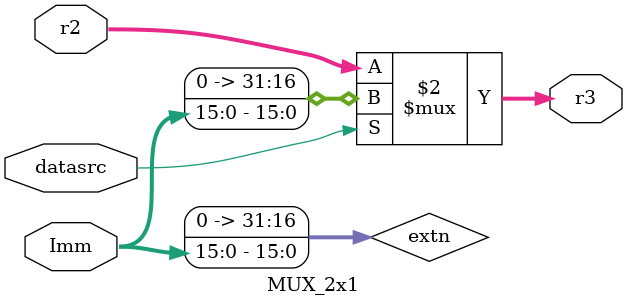
<source format=v>
`timescale 1ns / 1ps
module MUX_2x1(datasrc,r2,Imm,r3);

//Defining constant equal to 32.
parameter bitwidth=32;

//Declaring Select of MUX as Input which is Datasrc.
input datasrc;

//Declaring Inputs of MUX which are R2 and Imm.
input [bitwidth-1:0] r2;
input [15:0] Imm;

//Declaring Output of MUX as R3.
output [bitwidth-1:0] r3;
wire [31:0] extn;

assign extn[31:0]= {16'h0000,Imm};

//Assigning Value to Output As Per Select.
assign r3 = datasrc ? Imm : r2;

endmodule
</source>
